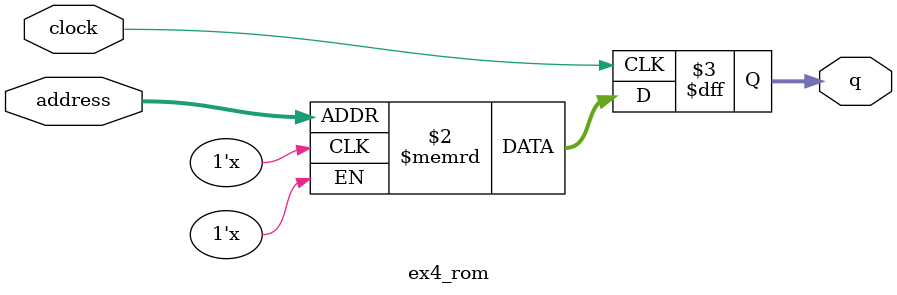
<source format=sv>
module ex4_rom (
	input logic clock,
	input logic [9:0] address,
	output logic [3:0] q
);

logic [3:0] memory [0:1023] /* synthesis ram_init_file = "./ex4/ex4.mif" */;

always_ff @ (posedge clock) begin
	q <= memory[address];
end

endmodule

</source>
